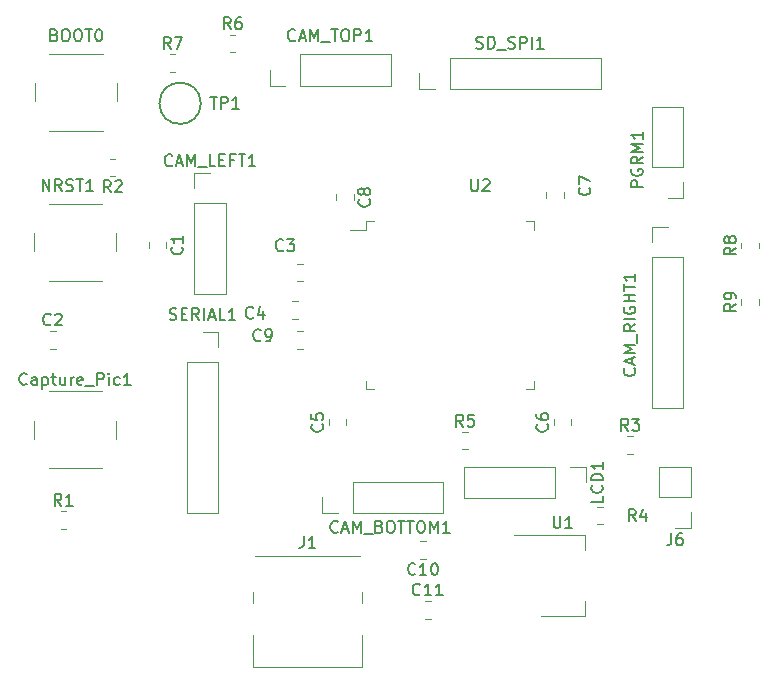
<source format=gbr>
%TF.GenerationSoftware,KiCad,Pcbnew,(6.0.5)*%
%TF.CreationDate,2024-04-02T18:11:07-05:00*%
%TF.ProjectId,final_project,66696e61-6c5f-4707-926f-6a6563742e6b,rev?*%
%TF.SameCoordinates,Original*%
%TF.FileFunction,Legend,Top*%
%TF.FilePolarity,Positive*%
%FSLAX46Y46*%
G04 Gerber Fmt 4.6, Leading zero omitted, Abs format (unit mm)*
G04 Created by KiCad (PCBNEW (6.0.5)) date 2024-04-02 18:11:07*
%MOMM*%
%LPD*%
G01*
G04 APERTURE LIST*
%ADD10C,0.150000*%
%ADD11C,0.120000*%
G04 APERTURE END LIST*
D10*
%TO.C,CAM_BOTTOM1*%
X135906428Y-113732142D02*
X135858809Y-113779761D01*
X135715952Y-113827380D01*
X135620714Y-113827380D01*
X135477857Y-113779761D01*
X135382619Y-113684523D01*
X135335000Y-113589285D01*
X135287380Y-113398809D01*
X135287380Y-113255952D01*
X135335000Y-113065476D01*
X135382619Y-112970238D01*
X135477857Y-112875000D01*
X135620714Y-112827380D01*
X135715952Y-112827380D01*
X135858809Y-112875000D01*
X135906428Y-112922619D01*
X136287380Y-113541666D02*
X136763571Y-113541666D01*
X136192142Y-113827380D02*
X136525476Y-112827380D01*
X136858809Y-113827380D01*
X137192142Y-113827380D02*
X137192142Y-112827380D01*
X137525476Y-113541666D01*
X137858809Y-112827380D01*
X137858809Y-113827380D01*
X138096904Y-113922619D02*
X138858809Y-113922619D01*
X139430238Y-113303571D02*
X139573095Y-113351190D01*
X139620714Y-113398809D01*
X139668333Y-113494047D01*
X139668333Y-113636904D01*
X139620714Y-113732142D01*
X139573095Y-113779761D01*
X139477857Y-113827380D01*
X139096904Y-113827380D01*
X139096904Y-112827380D01*
X139430238Y-112827380D01*
X139525476Y-112875000D01*
X139573095Y-112922619D01*
X139620714Y-113017857D01*
X139620714Y-113113095D01*
X139573095Y-113208333D01*
X139525476Y-113255952D01*
X139430238Y-113303571D01*
X139096904Y-113303571D01*
X140287380Y-112827380D02*
X140477857Y-112827380D01*
X140573095Y-112875000D01*
X140668333Y-112970238D01*
X140715952Y-113160714D01*
X140715952Y-113494047D01*
X140668333Y-113684523D01*
X140573095Y-113779761D01*
X140477857Y-113827380D01*
X140287380Y-113827380D01*
X140192142Y-113779761D01*
X140096904Y-113684523D01*
X140049285Y-113494047D01*
X140049285Y-113160714D01*
X140096904Y-112970238D01*
X140192142Y-112875000D01*
X140287380Y-112827380D01*
X141001666Y-112827380D02*
X141573095Y-112827380D01*
X141287380Y-113827380D02*
X141287380Y-112827380D01*
X141763571Y-112827380D02*
X142335000Y-112827380D01*
X142049285Y-113827380D02*
X142049285Y-112827380D01*
X142858809Y-112827380D02*
X143049285Y-112827380D01*
X143144523Y-112875000D01*
X143239761Y-112970238D01*
X143287380Y-113160714D01*
X143287380Y-113494047D01*
X143239761Y-113684523D01*
X143144523Y-113779761D01*
X143049285Y-113827380D01*
X142858809Y-113827380D01*
X142763571Y-113779761D01*
X142668333Y-113684523D01*
X142620714Y-113494047D01*
X142620714Y-113160714D01*
X142668333Y-112970238D01*
X142763571Y-112875000D01*
X142858809Y-112827380D01*
X143715952Y-113827380D02*
X143715952Y-112827380D01*
X144049285Y-113541666D01*
X144382619Y-112827380D01*
X144382619Y-113827380D01*
X145382619Y-113827380D02*
X144811190Y-113827380D01*
X145096904Y-113827380D02*
X145096904Y-112827380D01*
X145001666Y-112970238D01*
X144906428Y-113065476D01*
X144811190Y-113113095D01*
%TO.C,C4*%
X128738333Y-95607142D02*
X128690714Y-95654761D01*
X128547857Y-95702380D01*
X128452619Y-95702380D01*
X128309761Y-95654761D01*
X128214523Y-95559523D01*
X128166904Y-95464285D01*
X128119285Y-95273809D01*
X128119285Y-95130952D01*
X128166904Y-94940476D01*
X128214523Y-94845238D01*
X128309761Y-94750000D01*
X128452619Y-94702380D01*
X128547857Y-94702380D01*
X128690714Y-94750000D01*
X128738333Y-94797619D01*
X129595476Y-95035714D02*
X129595476Y-95702380D01*
X129357380Y-94654761D02*
X129119285Y-95369047D01*
X129738333Y-95369047D01*
%TO.C,R5*%
X146518333Y-104847380D02*
X146185000Y-104371190D01*
X145946904Y-104847380D02*
X145946904Y-103847380D01*
X146327857Y-103847380D01*
X146423095Y-103895000D01*
X146470714Y-103942619D01*
X146518333Y-104037857D01*
X146518333Y-104180714D01*
X146470714Y-104275952D01*
X146423095Y-104323571D01*
X146327857Y-104371190D01*
X145946904Y-104371190D01*
X147423095Y-103847380D02*
X146946904Y-103847380D01*
X146899285Y-104323571D01*
X146946904Y-104275952D01*
X147042142Y-104228333D01*
X147280238Y-104228333D01*
X147375476Y-104275952D01*
X147423095Y-104323571D01*
X147470714Y-104418809D01*
X147470714Y-104656904D01*
X147423095Y-104752142D01*
X147375476Y-104799761D01*
X147280238Y-104847380D01*
X147042142Y-104847380D01*
X146946904Y-104799761D01*
X146899285Y-104752142D01*
%TO.C,U1*%
X154178095Y-112427380D02*
X154178095Y-113236904D01*
X154225714Y-113332142D01*
X154273333Y-113379761D01*
X154368571Y-113427380D01*
X154559047Y-113427380D01*
X154654285Y-113379761D01*
X154701904Y-113332142D01*
X154749523Y-113236904D01*
X154749523Y-112427380D01*
X155749523Y-113427380D02*
X155178095Y-113427380D01*
X155463809Y-113427380D02*
X155463809Y-112427380D01*
X155368571Y-112570238D01*
X155273333Y-112665476D01*
X155178095Y-112713095D01*
%TO.C,PGRM1*%
X161742380Y-84569523D02*
X160742380Y-84569523D01*
X160742380Y-84188571D01*
X160790000Y-84093333D01*
X160837619Y-84045714D01*
X160932857Y-83998095D01*
X161075714Y-83998095D01*
X161170952Y-84045714D01*
X161218571Y-84093333D01*
X161266190Y-84188571D01*
X161266190Y-84569523D01*
X160790000Y-83045714D02*
X160742380Y-83140952D01*
X160742380Y-83283809D01*
X160790000Y-83426666D01*
X160885238Y-83521904D01*
X160980476Y-83569523D01*
X161170952Y-83617142D01*
X161313809Y-83617142D01*
X161504285Y-83569523D01*
X161599523Y-83521904D01*
X161694761Y-83426666D01*
X161742380Y-83283809D01*
X161742380Y-83188571D01*
X161694761Y-83045714D01*
X161647142Y-82998095D01*
X161313809Y-82998095D01*
X161313809Y-83188571D01*
X161742380Y-81998095D02*
X161266190Y-82331428D01*
X161742380Y-82569523D02*
X160742380Y-82569523D01*
X160742380Y-82188571D01*
X160790000Y-82093333D01*
X160837619Y-82045714D01*
X160932857Y-81998095D01*
X161075714Y-81998095D01*
X161170952Y-82045714D01*
X161218571Y-82093333D01*
X161266190Y-82188571D01*
X161266190Y-82569523D01*
X161742380Y-81569523D02*
X160742380Y-81569523D01*
X161456666Y-81236190D01*
X160742380Y-80902857D01*
X161742380Y-80902857D01*
X161742380Y-79902857D02*
X161742380Y-80474285D01*
X161742380Y-80188571D02*
X160742380Y-80188571D01*
X160885238Y-80283809D01*
X160980476Y-80379047D01*
X161028095Y-80474285D01*
%TO.C,R7*%
X121753333Y-72872380D02*
X121420000Y-72396190D01*
X121181904Y-72872380D02*
X121181904Y-71872380D01*
X121562857Y-71872380D01*
X121658095Y-71920000D01*
X121705714Y-71967619D01*
X121753333Y-72062857D01*
X121753333Y-72205714D01*
X121705714Y-72300952D01*
X121658095Y-72348571D01*
X121562857Y-72396190D01*
X121181904Y-72396190D01*
X122086666Y-71872380D02*
X122753333Y-71872380D01*
X122324761Y-72872380D01*
%TO.C,C7*%
X157202142Y-84621666D02*
X157249761Y-84669285D01*
X157297380Y-84812142D01*
X157297380Y-84907380D01*
X157249761Y-85050238D01*
X157154523Y-85145476D01*
X157059285Y-85193095D01*
X156868809Y-85240714D01*
X156725952Y-85240714D01*
X156535476Y-85193095D01*
X156440238Y-85145476D01*
X156345000Y-85050238D01*
X156297380Y-84907380D01*
X156297380Y-84812142D01*
X156345000Y-84669285D01*
X156392619Y-84621666D01*
X156297380Y-84288333D02*
X156297380Y-83621666D01*
X157297380Y-84050238D01*
%TO.C,C9*%
X129373333Y-97512142D02*
X129325714Y-97559761D01*
X129182857Y-97607380D01*
X129087619Y-97607380D01*
X128944761Y-97559761D01*
X128849523Y-97464523D01*
X128801904Y-97369285D01*
X128754285Y-97178809D01*
X128754285Y-97035952D01*
X128801904Y-96845476D01*
X128849523Y-96750238D01*
X128944761Y-96655000D01*
X129087619Y-96607380D01*
X129182857Y-96607380D01*
X129325714Y-96655000D01*
X129373333Y-96702619D01*
X129849523Y-97607380D02*
X130040000Y-97607380D01*
X130135238Y-97559761D01*
X130182857Y-97512142D01*
X130278095Y-97369285D01*
X130325714Y-97178809D01*
X130325714Y-96797857D01*
X130278095Y-96702619D01*
X130230476Y-96655000D01*
X130135238Y-96607380D01*
X129944761Y-96607380D01*
X129849523Y-96655000D01*
X129801904Y-96702619D01*
X129754285Y-96797857D01*
X129754285Y-97035952D01*
X129801904Y-97131190D01*
X129849523Y-97178809D01*
X129944761Y-97226428D01*
X130135238Y-97226428D01*
X130230476Y-97178809D01*
X130278095Y-97131190D01*
X130325714Y-97035952D01*
%TO.C,BOOT0*%
X111906666Y-71683571D02*
X112049523Y-71731190D01*
X112097142Y-71778809D01*
X112144761Y-71874047D01*
X112144761Y-72016904D01*
X112097142Y-72112142D01*
X112049523Y-72159761D01*
X111954285Y-72207380D01*
X111573333Y-72207380D01*
X111573333Y-71207380D01*
X111906666Y-71207380D01*
X112001904Y-71255000D01*
X112049523Y-71302619D01*
X112097142Y-71397857D01*
X112097142Y-71493095D01*
X112049523Y-71588333D01*
X112001904Y-71635952D01*
X111906666Y-71683571D01*
X111573333Y-71683571D01*
X112763809Y-71207380D02*
X112954285Y-71207380D01*
X113049523Y-71255000D01*
X113144761Y-71350238D01*
X113192380Y-71540714D01*
X113192380Y-71874047D01*
X113144761Y-72064523D01*
X113049523Y-72159761D01*
X112954285Y-72207380D01*
X112763809Y-72207380D01*
X112668571Y-72159761D01*
X112573333Y-72064523D01*
X112525714Y-71874047D01*
X112525714Y-71540714D01*
X112573333Y-71350238D01*
X112668571Y-71255000D01*
X112763809Y-71207380D01*
X113811428Y-71207380D02*
X114001904Y-71207380D01*
X114097142Y-71255000D01*
X114192380Y-71350238D01*
X114240000Y-71540714D01*
X114240000Y-71874047D01*
X114192380Y-72064523D01*
X114097142Y-72159761D01*
X114001904Y-72207380D01*
X113811428Y-72207380D01*
X113716190Y-72159761D01*
X113620952Y-72064523D01*
X113573333Y-71874047D01*
X113573333Y-71540714D01*
X113620952Y-71350238D01*
X113716190Y-71255000D01*
X113811428Y-71207380D01*
X114525714Y-71207380D02*
X115097142Y-71207380D01*
X114811428Y-72207380D02*
X114811428Y-71207380D01*
X115620952Y-71207380D02*
X115716190Y-71207380D01*
X115811428Y-71255000D01*
X115859047Y-71302619D01*
X115906666Y-71397857D01*
X115954285Y-71588333D01*
X115954285Y-71826428D01*
X115906666Y-72016904D01*
X115859047Y-72112142D01*
X115811428Y-72159761D01*
X115716190Y-72207380D01*
X115620952Y-72207380D01*
X115525714Y-72159761D01*
X115478095Y-72112142D01*
X115430476Y-72016904D01*
X115382857Y-71826428D01*
X115382857Y-71588333D01*
X115430476Y-71397857D01*
X115478095Y-71302619D01*
X115525714Y-71255000D01*
X115620952Y-71207380D01*
%TO.C,C5*%
X134567142Y-104651666D02*
X134614761Y-104699285D01*
X134662380Y-104842142D01*
X134662380Y-104937380D01*
X134614761Y-105080238D01*
X134519523Y-105175476D01*
X134424285Y-105223095D01*
X134233809Y-105270714D01*
X134090952Y-105270714D01*
X133900476Y-105223095D01*
X133805238Y-105175476D01*
X133710000Y-105080238D01*
X133662380Y-104937380D01*
X133662380Y-104842142D01*
X133710000Y-104699285D01*
X133757619Y-104651666D01*
X133662380Y-103746904D02*
X133662380Y-104223095D01*
X134138571Y-104270714D01*
X134090952Y-104223095D01*
X134043333Y-104127857D01*
X134043333Y-103889761D01*
X134090952Y-103794523D01*
X134138571Y-103746904D01*
X134233809Y-103699285D01*
X134471904Y-103699285D01*
X134567142Y-103746904D01*
X134614761Y-103794523D01*
X134662380Y-103889761D01*
X134662380Y-104127857D01*
X134614761Y-104223095D01*
X134567142Y-104270714D01*
%TO.C,U2*%
X147193095Y-83907380D02*
X147193095Y-84716904D01*
X147240714Y-84812142D01*
X147288333Y-84859761D01*
X147383571Y-84907380D01*
X147574047Y-84907380D01*
X147669285Y-84859761D01*
X147716904Y-84812142D01*
X147764523Y-84716904D01*
X147764523Y-83907380D01*
X148193095Y-84002619D02*
X148240714Y-83955000D01*
X148335952Y-83907380D01*
X148574047Y-83907380D01*
X148669285Y-83955000D01*
X148716904Y-84002619D01*
X148764523Y-84097857D01*
X148764523Y-84193095D01*
X148716904Y-84335952D01*
X148145476Y-84907380D01*
X148764523Y-84907380D01*
%TO.C,TP1*%
X125103095Y-76922380D02*
X125674523Y-76922380D01*
X125388809Y-77922380D02*
X125388809Y-76922380D01*
X126007857Y-77922380D02*
X126007857Y-76922380D01*
X126388809Y-76922380D01*
X126484047Y-76970000D01*
X126531666Y-77017619D01*
X126579285Y-77112857D01*
X126579285Y-77255714D01*
X126531666Y-77350952D01*
X126484047Y-77398571D01*
X126388809Y-77446190D01*
X126007857Y-77446190D01*
X127531666Y-77922380D02*
X126960238Y-77922380D01*
X127245952Y-77922380D02*
X127245952Y-76922380D01*
X127150714Y-77065238D01*
X127055476Y-77160476D01*
X126960238Y-77208095D01*
%TO.C,CAM_TOP1*%
X132302619Y-72112142D02*
X132255000Y-72159761D01*
X132112142Y-72207380D01*
X132016904Y-72207380D01*
X131874047Y-72159761D01*
X131778809Y-72064523D01*
X131731190Y-71969285D01*
X131683571Y-71778809D01*
X131683571Y-71635952D01*
X131731190Y-71445476D01*
X131778809Y-71350238D01*
X131874047Y-71255000D01*
X132016904Y-71207380D01*
X132112142Y-71207380D01*
X132255000Y-71255000D01*
X132302619Y-71302619D01*
X132683571Y-71921666D02*
X133159761Y-71921666D01*
X132588333Y-72207380D02*
X132921666Y-71207380D01*
X133255000Y-72207380D01*
X133588333Y-72207380D02*
X133588333Y-71207380D01*
X133921666Y-71921666D01*
X134255000Y-71207380D01*
X134255000Y-72207380D01*
X134493095Y-72302619D02*
X135255000Y-72302619D01*
X135350238Y-71207380D02*
X135921666Y-71207380D01*
X135635952Y-72207380D02*
X135635952Y-71207380D01*
X136445476Y-71207380D02*
X136635952Y-71207380D01*
X136731190Y-71255000D01*
X136826428Y-71350238D01*
X136874047Y-71540714D01*
X136874047Y-71874047D01*
X136826428Y-72064523D01*
X136731190Y-72159761D01*
X136635952Y-72207380D01*
X136445476Y-72207380D01*
X136350238Y-72159761D01*
X136255000Y-72064523D01*
X136207380Y-71874047D01*
X136207380Y-71540714D01*
X136255000Y-71350238D01*
X136350238Y-71255000D01*
X136445476Y-71207380D01*
X137302619Y-72207380D02*
X137302619Y-71207380D01*
X137683571Y-71207380D01*
X137778809Y-71255000D01*
X137826428Y-71302619D01*
X137874047Y-71397857D01*
X137874047Y-71540714D01*
X137826428Y-71635952D01*
X137778809Y-71683571D01*
X137683571Y-71731190D01*
X137302619Y-71731190D01*
X138826428Y-72207380D02*
X138255000Y-72207380D01*
X138540714Y-72207380D02*
X138540714Y-71207380D01*
X138445476Y-71350238D01*
X138350238Y-71445476D01*
X138255000Y-71493095D01*
%TO.C,NRST1*%
X110910952Y-84907380D02*
X110910952Y-83907380D01*
X111482380Y-84907380D01*
X111482380Y-83907380D01*
X112530000Y-84907380D02*
X112196666Y-84431190D01*
X111958571Y-84907380D02*
X111958571Y-83907380D01*
X112339523Y-83907380D01*
X112434761Y-83955000D01*
X112482380Y-84002619D01*
X112530000Y-84097857D01*
X112530000Y-84240714D01*
X112482380Y-84335952D01*
X112434761Y-84383571D01*
X112339523Y-84431190D01*
X111958571Y-84431190D01*
X112910952Y-84859761D02*
X113053809Y-84907380D01*
X113291904Y-84907380D01*
X113387142Y-84859761D01*
X113434761Y-84812142D01*
X113482380Y-84716904D01*
X113482380Y-84621666D01*
X113434761Y-84526428D01*
X113387142Y-84478809D01*
X113291904Y-84431190D01*
X113101428Y-84383571D01*
X113006190Y-84335952D01*
X112958571Y-84288333D01*
X112910952Y-84193095D01*
X112910952Y-84097857D01*
X112958571Y-84002619D01*
X113006190Y-83955000D01*
X113101428Y-83907380D01*
X113339523Y-83907380D01*
X113482380Y-83955000D01*
X113768095Y-83907380D02*
X114339523Y-83907380D01*
X114053809Y-84907380D02*
X114053809Y-83907380D01*
X115196666Y-84907380D02*
X114625238Y-84907380D01*
X114910952Y-84907380D02*
X114910952Y-83907380D01*
X114815714Y-84050238D01*
X114720476Y-84145476D01*
X114625238Y-84193095D01*
%TO.C,C1*%
X122687142Y-89644166D02*
X122734761Y-89691785D01*
X122782380Y-89834642D01*
X122782380Y-89929880D01*
X122734761Y-90072738D01*
X122639523Y-90167976D01*
X122544285Y-90215595D01*
X122353809Y-90263214D01*
X122210952Y-90263214D01*
X122020476Y-90215595D01*
X121925238Y-90167976D01*
X121830000Y-90072738D01*
X121782380Y-89929880D01*
X121782380Y-89834642D01*
X121830000Y-89691785D01*
X121877619Y-89644166D01*
X122782380Y-88691785D02*
X122782380Y-89263214D01*
X122782380Y-88977500D02*
X121782380Y-88977500D01*
X121925238Y-89072738D01*
X122020476Y-89167976D01*
X122068095Y-89263214D01*
%TO.C,J6*%
X164131666Y-113892380D02*
X164131666Y-114606666D01*
X164084047Y-114749523D01*
X163988809Y-114844761D01*
X163845952Y-114892380D01*
X163750714Y-114892380D01*
X165036428Y-113892380D02*
X164845952Y-113892380D01*
X164750714Y-113940000D01*
X164703095Y-113987619D01*
X164607857Y-114130476D01*
X164560238Y-114320952D01*
X164560238Y-114701904D01*
X164607857Y-114797142D01*
X164655476Y-114844761D01*
X164750714Y-114892380D01*
X164941190Y-114892380D01*
X165036428Y-114844761D01*
X165084047Y-114797142D01*
X165131666Y-114701904D01*
X165131666Y-114463809D01*
X165084047Y-114368571D01*
X165036428Y-114320952D01*
X164941190Y-114273333D01*
X164750714Y-114273333D01*
X164655476Y-114320952D01*
X164607857Y-114368571D01*
X164560238Y-114463809D01*
%TO.C,R8*%
X169617380Y-89701666D02*
X169141190Y-90035000D01*
X169617380Y-90273095D02*
X168617380Y-90273095D01*
X168617380Y-89892142D01*
X168665000Y-89796904D01*
X168712619Y-89749285D01*
X168807857Y-89701666D01*
X168950714Y-89701666D01*
X169045952Y-89749285D01*
X169093571Y-89796904D01*
X169141190Y-89892142D01*
X169141190Y-90273095D01*
X169045952Y-89130238D02*
X168998333Y-89225476D01*
X168950714Y-89273095D01*
X168855476Y-89320714D01*
X168807857Y-89320714D01*
X168712619Y-89273095D01*
X168665000Y-89225476D01*
X168617380Y-89130238D01*
X168617380Y-88939761D01*
X168665000Y-88844523D01*
X168712619Y-88796904D01*
X168807857Y-88749285D01*
X168855476Y-88749285D01*
X168950714Y-88796904D01*
X168998333Y-88844523D01*
X169045952Y-88939761D01*
X169045952Y-89130238D01*
X169093571Y-89225476D01*
X169141190Y-89273095D01*
X169236428Y-89320714D01*
X169426904Y-89320714D01*
X169522142Y-89273095D01*
X169569761Y-89225476D01*
X169617380Y-89130238D01*
X169617380Y-88939761D01*
X169569761Y-88844523D01*
X169522142Y-88796904D01*
X169426904Y-88749285D01*
X169236428Y-88749285D01*
X169141190Y-88796904D01*
X169093571Y-88844523D01*
X169045952Y-88939761D01*
%TO.C,R2*%
X116673333Y-84997380D02*
X116340000Y-84521190D01*
X116101904Y-84997380D02*
X116101904Y-83997380D01*
X116482857Y-83997380D01*
X116578095Y-84045000D01*
X116625714Y-84092619D01*
X116673333Y-84187857D01*
X116673333Y-84330714D01*
X116625714Y-84425952D01*
X116578095Y-84473571D01*
X116482857Y-84521190D01*
X116101904Y-84521190D01*
X117054285Y-84092619D02*
X117101904Y-84045000D01*
X117197142Y-83997380D01*
X117435238Y-83997380D01*
X117530476Y-84045000D01*
X117578095Y-84092619D01*
X117625714Y-84187857D01*
X117625714Y-84283095D01*
X117578095Y-84425952D01*
X117006666Y-84997380D01*
X117625714Y-84997380D01*
%TO.C,SERIAL1*%
X121674285Y-95769761D02*
X121817142Y-95817380D01*
X122055238Y-95817380D01*
X122150476Y-95769761D01*
X122198095Y-95722142D01*
X122245714Y-95626904D01*
X122245714Y-95531666D01*
X122198095Y-95436428D01*
X122150476Y-95388809D01*
X122055238Y-95341190D01*
X121864761Y-95293571D01*
X121769523Y-95245952D01*
X121721904Y-95198333D01*
X121674285Y-95103095D01*
X121674285Y-95007857D01*
X121721904Y-94912619D01*
X121769523Y-94865000D01*
X121864761Y-94817380D01*
X122102857Y-94817380D01*
X122245714Y-94865000D01*
X122674285Y-95293571D02*
X123007619Y-95293571D01*
X123150476Y-95817380D02*
X122674285Y-95817380D01*
X122674285Y-94817380D01*
X123150476Y-94817380D01*
X124150476Y-95817380D02*
X123817142Y-95341190D01*
X123579047Y-95817380D02*
X123579047Y-94817380D01*
X123960000Y-94817380D01*
X124055238Y-94865000D01*
X124102857Y-94912619D01*
X124150476Y-95007857D01*
X124150476Y-95150714D01*
X124102857Y-95245952D01*
X124055238Y-95293571D01*
X123960000Y-95341190D01*
X123579047Y-95341190D01*
X124579047Y-95817380D02*
X124579047Y-94817380D01*
X125007619Y-95531666D02*
X125483809Y-95531666D01*
X124912380Y-95817380D02*
X125245714Y-94817380D01*
X125579047Y-95817380D01*
X126388571Y-95817380D02*
X125912380Y-95817380D01*
X125912380Y-94817380D01*
X127245714Y-95817380D02*
X126674285Y-95817380D01*
X126960000Y-95817380D02*
X126960000Y-94817380D01*
X126864761Y-94960238D01*
X126769523Y-95055476D01*
X126674285Y-95103095D01*
%TO.C,LCD1*%
X158357380Y-110731666D02*
X158357380Y-111207857D01*
X157357380Y-111207857D01*
X158262142Y-109826904D02*
X158309761Y-109874523D01*
X158357380Y-110017380D01*
X158357380Y-110112619D01*
X158309761Y-110255476D01*
X158214523Y-110350714D01*
X158119285Y-110398333D01*
X157928809Y-110445952D01*
X157785952Y-110445952D01*
X157595476Y-110398333D01*
X157500238Y-110350714D01*
X157405000Y-110255476D01*
X157357380Y-110112619D01*
X157357380Y-110017380D01*
X157405000Y-109874523D01*
X157452619Y-109826904D01*
X158357380Y-109398333D02*
X157357380Y-109398333D01*
X157357380Y-109160238D01*
X157405000Y-109017380D01*
X157500238Y-108922142D01*
X157595476Y-108874523D01*
X157785952Y-108826904D01*
X157928809Y-108826904D01*
X158119285Y-108874523D01*
X158214523Y-108922142D01*
X158309761Y-109017380D01*
X158357380Y-109160238D01*
X158357380Y-109398333D01*
X158357380Y-107874523D02*
X158357380Y-108445952D01*
X158357380Y-108160238D02*
X157357380Y-108160238D01*
X157500238Y-108255476D01*
X157595476Y-108350714D01*
X157643095Y-108445952D01*
%TO.C,R4*%
X161123333Y-112847380D02*
X160790000Y-112371190D01*
X160551904Y-112847380D02*
X160551904Y-111847380D01*
X160932857Y-111847380D01*
X161028095Y-111895000D01*
X161075714Y-111942619D01*
X161123333Y-112037857D01*
X161123333Y-112180714D01*
X161075714Y-112275952D01*
X161028095Y-112323571D01*
X160932857Y-112371190D01*
X160551904Y-112371190D01*
X161980476Y-112180714D02*
X161980476Y-112847380D01*
X161742380Y-111799761D02*
X161504285Y-112514047D01*
X162123333Y-112514047D01*
%TO.C,R6*%
X126833333Y-71192380D02*
X126500000Y-70716190D01*
X126261904Y-71192380D02*
X126261904Y-70192380D01*
X126642857Y-70192380D01*
X126738095Y-70240000D01*
X126785714Y-70287619D01*
X126833333Y-70382857D01*
X126833333Y-70525714D01*
X126785714Y-70620952D01*
X126738095Y-70668571D01*
X126642857Y-70716190D01*
X126261904Y-70716190D01*
X127690476Y-70192380D02*
X127500000Y-70192380D01*
X127404761Y-70240000D01*
X127357142Y-70287619D01*
X127261904Y-70430476D01*
X127214285Y-70620952D01*
X127214285Y-71001904D01*
X127261904Y-71097142D01*
X127309523Y-71144761D01*
X127404761Y-71192380D01*
X127595238Y-71192380D01*
X127690476Y-71144761D01*
X127738095Y-71097142D01*
X127785714Y-71001904D01*
X127785714Y-70763809D01*
X127738095Y-70668571D01*
X127690476Y-70620952D01*
X127595238Y-70573333D01*
X127404761Y-70573333D01*
X127309523Y-70620952D01*
X127261904Y-70668571D01*
X127214285Y-70763809D01*
%TO.C,C8*%
X138562142Y-85601666D02*
X138609761Y-85649285D01*
X138657380Y-85792142D01*
X138657380Y-85887380D01*
X138609761Y-86030238D01*
X138514523Y-86125476D01*
X138419285Y-86173095D01*
X138228809Y-86220714D01*
X138085952Y-86220714D01*
X137895476Y-86173095D01*
X137800238Y-86125476D01*
X137705000Y-86030238D01*
X137657380Y-85887380D01*
X137657380Y-85792142D01*
X137705000Y-85649285D01*
X137752619Y-85601666D01*
X138085952Y-85030238D02*
X138038333Y-85125476D01*
X137990714Y-85173095D01*
X137895476Y-85220714D01*
X137847857Y-85220714D01*
X137752619Y-85173095D01*
X137705000Y-85125476D01*
X137657380Y-85030238D01*
X137657380Y-84839761D01*
X137705000Y-84744523D01*
X137752619Y-84696904D01*
X137847857Y-84649285D01*
X137895476Y-84649285D01*
X137990714Y-84696904D01*
X138038333Y-84744523D01*
X138085952Y-84839761D01*
X138085952Y-85030238D01*
X138133571Y-85125476D01*
X138181190Y-85173095D01*
X138276428Y-85220714D01*
X138466904Y-85220714D01*
X138562142Y-85173095D01*
X138609761Y-85125476D01*
X138657380Y-85030238D01*
X138657380Y-84839761D01*
X138609761Y-84744523D01*
X138562142Y-84696904D01*
X138466904Y-84649285D01*
X138276428Y-84649285D01*
X138181190Y-84696904D01*
X138133571Y-84744523D01*
X138085952Y-84839761D01*
%TO.C,CAM_LEFT1*%
X121880714Y-82710142D02*
X121833095Y-82757761D01*
X121690238Y-82805380D01*
X121595000Y-82805380D01*
X121452142Y-82757761D01*
X121356904Y-82662523D01*
X121309285Y-82567285D01*
X121261666Y-82376809D01*
X121261666Y-82233952D01*
X121309285Y-82043476D01*
X121356904Y-81948238D01*
X121452142Y-81853000D01*
X121595000Y-81805380D01*
X121690238Y-81805380D01*
X121833095Y-81853000D01*
X121880714Y-81900619D01*
X122261666Y-82519666D02*
X122737857Y-82519666D01*
X122166428Y-82805380D02*
X122499761Y-81805380D01*
X122833095Y-82805380D01*
X123166428Y-82805380D02*
X123166428Y-81805380D01*
X123499761Y-82519666D01*
X123833095Y-81805380D01*
X123833095Y-82805380D01*
X124071190Y-82900619D02*
X124833095Y-82900619D01*
X125547380Y-82805380D02*
X125071190Y-82805380D01*
X125071190Y-81805380D01*
X125880714Y-82281571D02*
X126214047Y-82281571D01*
X126356904Y-82805380D02*
X125880714Y-82805380D01*
X125880714Y-81805380D01*
X126356904Y-81805380D01*
X127118809Y-82281571D02*
X126785476Y-82281571D01*
X126785476Y-82805380D02*
X126785476Y-81805380D01*
X127261666Y-81805380D01*
X127499761Y-81805380D02*
X128071190Y-81805380D01*
X127785476Y-82805380D02*
X127785476Y-81805380D01*
X128928333Y-82805380D02*
X128356904Y-82805380D01*
X128642619Y-82805380D02*
X128642619Y-81805380D01*
X128547380Y-81948238D01*
X128452142Y-82043476D01*
X128356904Y-82091095D01*
%TO.C,R3*%
X160488333Y-105192380D02*
X160155000Y-104716190D01*
X159916904Y-105192380D02*
X159916904Y-104192380D01*
X160297857Y-104192380D01*
X160393095Y-104240000D01*
X160440714Y-104287619D01*
X160488333Y-104382857D01*
X160488333Y-104525714D01*
X160440714Y-104620952D01*
X160393095Y-104668571D01*
X160297857Y-104716190D01*
X159916904Y-104716190D01*
X160821666Y-104192380D02*
X161440714Y-104192380D01*
X161107380Y-104573333D01*
X161250238Y-104573333D01*
X161345476Y-104620952D01*
X161393095Y-104668571D01*
X161440714Y-104763809D01*
X161440714Y-105001904D01*
X161393095Y-105097142D01*
X161345476Y-105144761D01*
X161250238Y-105192380D01*
X160964523Y-105192380D01*
X160869285Y-105144761D01*
X160821666Y-105097142D01*
%TO.C,R1*%
X112498333Y-111542380D02*
X112165000Y-111066190D01*
X111926904Y-111542380D02*
X111926904Y-110542380D01*
X112307857Y-110542380D01*
X112403095Y-110590000D01*
X112450714Y-110637619D01*
X112498333Y-110732857D01*
X112498333Y-110875714D01*
X112450714Y-110970952D01*
X112403095Y-111018571D01*
X112307857Y-111066190D01*
X111926904Y-111066190D01*
X113450714Y-111542380D02*
X112879285Y-111542380D01*
X113165000Y-111542380D02*
X113165000Y-110542380D01*
X113069761Y-110685238D01*
X112974523Y-110780476D01*
X112879285Y-110828095D01*
%TO.C,J1*%
X133011666Y-114122380D02*
X133011666Y-114836666D01*
X132964047Y-114979523D01*
X132868809Y-115074761D01*
X132725952Y-115122380D01*
X132630714Y-115122380D01*
X134011666Y-115122380D02*
X133440238Y-115122380D01*
X133725952Y-115122380D02*
X133725952Y-114122380D01*
X133630714Y-114265238D01*
X133535476Y-114360476D01*
X133440238Y-114408095D01*
%TO.C,R9*%
X169617380Y-94451666D02*
X169141190Y-94785000D01*
X169617380Y-95023095D02*
X168617380Y-95023095D01*
X168617380Y-94642142D01*
X168665000Y-94546904D01*
X168712619Y-94499285D01*
X168807857Y-94451666D01*
X168950714Y-94451666D01*
X169045952Y-94499285D01*
X169093571Y-94546904D01*
X169141190Y-94642142D01*
X169141190Y-95023095D01*
X169617380Y-93975476D02*
X169617380Y-93785000D01*
X169569761Y-93689761D01*
X169522142Y-93642142D01*
X169379285Y-93546904D01*
X169188809Y-93499285D01*
X168807857Y-93499285D01*
X168712619Y-93546904D01*
X168665000Y-93594523D01*
X168617380Y-93689761D01*
X168617380Y-93880238D01*
X168665000Y-93975476D01*
X168712619Y-94023095D01*
X168807857Y-94070714D01*
X169045952Y-94070714D01*
X169141190Y-94023095D01*
X169188809Y-93975476D01*
X169236428Y-93880238D01*
X169236428Y-93689761D01*
X169188809Y-93594523D01*
X169141190Y-93546904D01*
X169045952Y-93499285D01*
%TO.C,C11*%
X142867142Y-119037142D02*
X142819523Y-119084761D01*
X142676666Y-119132380D01*
X142581428Y-119132380D01*
X142438571Y-119084761D01*
X142343333Y-118989523D01*
X142295714Y-118894285D01*
X142248095Y-118703809D01*
X142248095Y-118560952D01*
X142295714Y-118370476D01*
X142343333Y-118275238D01*
X142438571Y-118180000D01*
X142581428Y-118132380D01*
X142676666Y-118132380D01*
X142819523Y-118180000D01*
X142867142Y-118227619D01*
X143819523Y-119132380D02*
X143248095Y-119132380D01*
X143533809Y-119132380D02*
X143533809Y-118132380D01*
X143438571Y-118275238D01*
X143343333Y-118370476D01*
X143248095Y-118418095D01*
X144771904Y-119132380D02*
X144200476Y-119132380D01*
X144486190Y-119132380D02*
X144486190Y-118132380D01*
X144390952Y-118275238D01*
X144295714Y-118370476D01*
X144200476Y-118418095D01*
%TO.C,SD_SPI1*%
X147637857Y-72794761D02*
X147780714Y-72842380D01*
X148018809Y-72842380D01*
X148114047Y-72794761D01*
X148161666Y-72747142D01*
X148209285Y-72651904D01*
X148209285Y-72556666D01*
X148161666Y-72461428D01*
X148114047Y-72413809D01*
X148018809Y-72366190D01*
X147828333Y-72318571D01*
X147733095Y-72270952D01*
X147685476Y-72223333D01*
X147637857Y-72128095D01*
X147637857Y-72032857D01*
X147685476Y-71937619D01*
X147733095Y-71890000D01*
X147828333Y-71842380D01*
X148066428Y-71842380D01*
X148209285Y-71890000D01*
X148637857Y-72842380D02*
X148637857Y-71842380D01*
X148875952Y-71842380D01*
X149018809Y-71890000D01*
X149114047Y-71985238D01*
X149161666Y-72080476D01*
X149209285Y-72270952D01*
X149209285Y-72413809D01*
X149161666Y-72604285D01*
X149114047Y-72699523D01*
X149018809Y-72794761D01*
X148875952Y-72842380D01*
X148637857Y-72842380D01*
X149399761Y-72937619D02*
X150161666Y-72937619D01*
X150352142Y-72794761D02*
X150495000Y-72842380D01*
X150733095Y-72842380D01*
X150828333Y-72794761D01*
X150875952Y-72747142D01*
X150923571Y-72651904D01*
X150923571Y-72556666D01*
X150875952Y-72461428D01*
X150828333Y-72413809D01*
X150733095Y-72366190D01*
X150542619Y-72318571D01*
X150447380Y-72270952D01*
X150399761Y-72223333D01*
X150352142Y-72128095D01*
X150352142Y-72032857D01*
X150399761Y-71937619D01*
X150447380Y-71890000D01*
X150542619Y-71842380D01*
X150780714Y-71842380D01*
X150923571Y-71890000D01*
X151352142Y-72842380D02*
X151352142Y-71842380D01*
X151733095Y-71842380D01*
X151828333Y-71890000D01*
X151875952Y-71937619D01*
X151923571Y-72032857D01*
X151923571Y-72175714D01*
X151875952Y-72270952D01*
X151828333Y-72318571D01*
X151733095Y-72366190D01*
X151352142Y-72366190D01*
X152352142Y-72842380D02*
X152352142Y-71842380D01*
X153352142Y-72842380D02*
X152780714Y-72842380D01*
X153066428Y-72842380D02*
X153066428Y-71842380D01*
X152971190Y-71985238D01*
X152875952Y-72080476D01*
X152780714Y-72128095D01*
%TO.C,C3*%
X131278333Y-89892142D02*
X131230714Y-89939761D01*
X131087857Y-89987380D01*
X130992619Y-89987380D01*
X130849761Y-89939761D01*
X130754523Y-89844523D01*
X130706904Y-89749285D01*
X130659285Y-89558809D01*
X130659285Y-89415952D01*
X130706904Y-89225476D01*
X130754523Y-89130238D01*
X130849761Y-89035000D01*
X130992619Y-88987380D01*
X131087857Y-88987380D01*
X131230714Y-89035000D01*
X131278333Y-89082619D01*
X131611666Y-88987380D02*
X132230714Y-88987380D01*
X131897380Y-89368333D01*
X132040238Y-89368333D01*
X132135476Y-89415952D01*
X132183095Y-89463571D01*
X132230714Y-89558809D01*
X132230714Y-89796904D01*
X132183095Y-89892142D01*
X132135476Y-89939761D01*
X132040238Y-89987380D01*
X131754523Y-89987380D01*
X131659285Y-89939761D01*
X131611666Y-89892142D01*
%TO.C,C10*%
X142464642Y-117317142D02*
X142417023Y-117364761D01*
X142274166Y-117412380D01*
X142178928Y-117412380D01*
X142036071Y-117364761D01*
X141940833Y-117269523D01*
X141893214Y-117174285D01*
X141845595Y-116983809D01*
X141845595Y-116840952D01*
X141893214Y-116650476D01*
X141940833Y-116555238D01*
X142036071Y-116460000D01*
X142178928Y-116412380D01*
X142274166Y-116412380D01*
X142417023Y-116460000D01*
X142464642Y-116507619D01*
X143417023Y-117412380D02*
X142845595Y-117412380D01*
X143131309Y-117412380D02*
X143131309Y-116412380D01*
X143036071Y-116555238D01*
X142940833Y-116650476D01*
X142845595Y-116698095D01*
X144036071Y-116412380D02*
X144131309Y-116412380D01*
X144226547Y-116460000D01*
X144274166Y-116507619D01*
X144321785Y-116602857D01*
X144369404Y-116793333D01*
X144369404Y-117031428D01*
X144321785Y-117221904D01*
X144274166Y-117317142D01*
X144226547Y-117364761D01*
X144131309Y-117412380D01*
X144036071Y-117412380D01*
X143940833Y-117364761D01*
X143893214Y-117317142D01*
X143845595Y-117221904D01*
X143797976Y-117031428D01*
X143797976Y-116793333D01*
X143845595Y-116602857D01*
X143893214Y-116507619D01*
X143940833Y-116460000D01*
X144036071Y-116412380D01*
%TO.C,C6*%
X153617142Y-104651666D02*
X153664761Y-104699285D01*
X153712380Y-104842142D01*
X153712380Y-104937380D01*
X153664761Y-105080238D01*
X153569523Y-105175476D01*
X153474285Y-105223095D01*
X153283809Y-105270714D01*
X153140952Y-105270714D01*
X152950476Y-105223095D01*
X152855238Y-105175476D01*
X152760000Y-105080238D01*
X152712380Y-104937380D01*
X152712380Y-104842142D01*
X152760000Y-104699285D01*
X152807619Y-104651666D01*
X152712380Y-103794523D02*
X152712380Y-103985000D01*
X152760000Y-104080238D01*
X152807619Y-104127857D01*
X152950476Y-104223095D01*
X153140952Y-104270714D01*
X153521904Y-104270714D01*
X153617142Y-104223095D01*
X153664761Y-104175476D01*
X153712380Y-104080238D01*
X153712380Y-103889761D01*
X153664761Y-103794523D01*
X153617142Y-103746904D01*
X153521904Y-103699285D01*
X153283809Y-103699285D01*
X153188571Y-103746904D01*
X153140952Y-103794523D01*
X153093333Y-103889761D01*
X153093333Y-104080238D01*
X153140952Y-104175476D01*
X153188571Y-104223095D01*
X153283809Y-104270714D01*
%TO.C,Capture_Pic1*%
X109569761Y-101227142D02*
X109522142Y-101274761D01*
X109379285Y-101322380D01*
X109284047Y-101322380D01*
X109141190Y-101274761D01*
X109045952Y-101179523D01*
X108998333Y-101084285D01*
X108950714Y-100893809D01*
X108950714Y-100750952D01*
X108998333Y-100560476D01*
X109045952Y-100465238D01*
X109141190Y-100370000D01*
X109284047Y-100322380D01*
X109379285Y-100322380D01*
X109522142Y-100370000D01*
X109569761Y-100417619D01*
X110426904Y-101322380D02*
X110426904Y-100798571D01*
X110379285Y-100703333D01*
X110284047Y-100655714D01*
X110093571Y-100655714D01*
X109998333Y-100703333D01*
X110426904Y-101274761D02*
X110331666Y-101322380D01*
X110093571Y-101322380D01*
X109998333Y-101274761D01*
X109950714Y-101179523D01*
X109950714Y-101084285D01*
X109998333Y-100989047D01*
X110093571Y-100941428D01*
X110331666Y-100941428D01*
X110426904Y-100893809D01*
X110903095Y-100655714D02*
X110903095Y-101655714D01*
X110903095Y-100703333D02*
X110998333Y-100655714D01*
X111188809Y-100655714D01*
X111284047Y-100703333D01*
X111331666Y-100750952D01*
X111379285Y-100846190D01*
X111379285Y-101131904D01*
X111331666Y-101227142D01*
X111284047Y-101274761D01*
X111188809Y-101322380D01*
X110998333Y-101322380D01*
X110903095Y-101274761D01*
X111665000Y-100655714D02*
X112045952Y-100655714D01*
X111807857Y-100322380D02*
X111807857Y-101179523D01*
X111855476Y-101274761D01*
X111950714Y-101322380D01*
X112045952Y-101322380D01*
X112807857Y-100655714D02*
X112807857Y-101322380D01*
X112379285Y-100655714D02*
X112379285Y-101179523D01*
X112426904Y-101274761D01*
X112522142Y-101322380D01*
X112665000Y-101322380D01*
X112760238Y-101274761D01*
X112807857Y-101227142D01*
X113284047Y-101322380D02*
X113284047Y-100655714D01*
X113284047Y-100846190D02*
X113331666Y-100750952D01*
X113379285Y-100703333D01*
X113474523Y-100655714D01*
X113569761Y-100655714D01*
X114284047Y-101274761D02*
X114188809Y-101322380D01*
X113998333Y-101322380D01*
X113903095Y-101274761D01*
X113855476Y-101179523D01*
X113855476Y-100798571D01*
X113903095Y-100703333D01*
X113998333Y-100655714D01*
X114188809Y-100655714D01*
X114284047Y-100703333D01*
X114331666Y-100798571D01*
X114331666Y-100893809D01*
X113855476Y-100989047D01*
X114522142Y-101417619D02*
X115284047Y-101417619D01*
X115522142Y-101322380D02*
X115522142Y-100322380D01*
X115903095Y-100322380D01*
X115998333Y-100370000D01*
X116045952Y-100417619D01*
X116093571Y-100512857D01*
X116093571Y-100655714D01*
X116045952Y-100750952D01*
X115998333Y-100798571D01*
X115903095Y-100846190D01*
X115522142Y-100846190D01*
X116522142Y-101322380D02*
X116522142Y-100655714D01*
X116522142Y-100322380D02*
X116474523Y-100370000D01*
X116522142Y-100417619D01*
X116569761Y-100370000D01*
X116522142Y-100322380D01*
X116522142Y-100417619D01*
X117426904Y-101274761D02*
X117331666Y-101322380D01*
X117141190Y-101322380D01*
X117045952Y-101274761D01*
X116998333Y-101227142D01*
X116950714Y-101131904D01*
X116950714Y-100846190D01*
X116998333Y-100750952D01*
X117045952Y-100703333D01*
X117141190Y-100655714D01*
X117331666Y-100655714D01*
X117426904Y-100703333D01*
X118379285Y-101322380D02*
X117807857Y-101322380D01*
X118093571Y-101322380D02*
X118093571Y-100322380D01*
X117998333Y-100465238D01*
X117903095Y-100560476D01*
X117807857Y-100608095D01*
%TO.C,C2*%
X111593333Y-96177142D02*
X111545714Y-96224761D01*
X111402857Y-96272380D01*
X111307619Y-96272380D01*
X111164761Y-96224761D01*
X111069523Y-96129523D01*
X111021904Y-96034285D01*
X110974285Y-95843809D01*
X110974285Y-95700952D01*
X111021904Y-95510476D01*
X111069523Y-95415238D01*
X111164761Y-95320000D01*
X111307619Y-95272380D01*
X111402857Y-95272380D01*
X111545714Y-95320000D01*
X111593333Y-95367619D01*
X111974285Y-95367619D02*
X112021904Y-95320000D01*
X112117142Y-95272380D01*
X112355238Y-95272380D01*
X112450476Y-95320000D01*
X112498095Y-95367619D01*
X112545714Y-95462857D01*
X112545714Y-95558095D01*
X112498095Y-95700952D01*
X111926666Y-96272380D01*
X112545714Y-96272380D01*
%TO.C,CAM_RIGHT1*%
X161012142Y-99920476D02*
X161059761Y-99968095D01*
X161107380Y-100110952D01*
X161107380Y-100206190D01*
X161059761Y-100349047D01*
X160964523Y-100444285D01*
X160869285Y-100491904D01*
X160678809Y-100539523D01*
X160535952Y-100539523D01*
X160345476Y-100491904D01*
X160250238Y-100444285D01*
X160155000Y-100349047D01*
X160107380Y-100206190D01*
X160107380Y-100110952D01*
X160155000Y-99968095D01*
X160202619Y-99920476D01*
X160821666Y-99539523D02*
X160821666Y-99063333D01*
X161107380Y-99634761D02*
X160107380Y-99301428D01*
X161107380Y-98968095D01*
X161107380Y-98634761D02*
X160107380Y-98634761D01*
X160821666Y-98301428D01*
X160107380Y-97968095D01*
X161107380Y-97968095D01*
X161202619Y-97730000D02*
X161202619Y-96968095D01*
X161107380Y-96158571D02*
X160631190Y-96491904D01*
X161107380Y-96730000D02*
X160107380Y-96730000D01*
X160107380Y-96349047D01*
X160155000Y-96253809D01*
X160202619Y-96206190D01*
X160297857Y-96158571D01*
X160440714Y-96158571D01*
X160535952Y-96206190D01*
X160583571Y-96253809D01*
X160631190Y-96349047D01*
X160631190Y-96730000D01*
X161107380Y-95730000D02*
X160107380Y-95730000D01*
X160155000Y-94730000D02*
X160107380Y-94825238D01*
X160107380Y-94968095D01*
X160155000Y-95110952D01*
X160250238Y-95206190D01*
X160345476Y-95253809D01*
X160535952Y-95301428D01*
X160678809Y-95301428D01*
X160869285Y-95253809D01*
X160964523Y-95206190D01*
X161059761Y-95110952D01*
X161107380Y-94968095D01*
X161107380Y-94872857D01*
X161059761Y-94730000D01*
X161012142Y-94682380D01*
X160678809Y-94682380D01*
X160678809Y-94872857D01*
X161107380Y-94253809D02*
X160107380Y-94253809D01*
X160583571Y-94253809D02*
X160583571Y-93682380D01*
X161107380Y-93682380D02*
X160107380Y-93682380D01*
X160107380Y-93349047D02*
X160107380Y-92777619D01*
X161107380Y-93063333D02*
X160107380Y-93063333D01*
X161107380Y-91920476D02*
X161107380Y-92491904D01*
X161107380Y-92206190D02*
X160107380Y-92206190D01*
X160250238Y-92301428D01*
X160345476Y-92396666D01*
X160393095Y-92491904D01*
D11*
%TO.C,CAM_BOTTOM1*%
X137170000Y-109505000D02*
X144850000Y-109505000D01*
X144850000Y-112165000D02*
X144850000Y-109505000D01*
X137170000Y-112165000D02*
X137170000Y-109505000D01*
X135900000Y-112165000D02*
X134570000Y-112165000D01*
X134570000Y-112165000D02*
X134570000Y-110835000D01*
X137170000Y-112165000D02*
X144850000Y-112165000D01*
%TO.C,C4*%
X132051248Y-95695000D02*
X132573752Y-95695000D01*
X132051248Y-94225000D02*
X132573752Y-94225000D01*
%TO.C,R5*%
X146457936Y-106780000D02*
X146912064Y-106780000D01*
X146457936Y-105310000D02*
X146912064Y-105310000D01*
%TO.C,U1*%
X156850000Y-114065000D02*
X156850000Y-115325000D01*
X150840000Y-114065000D02*
X156850000Y-114065000D01*
X153090000Y-120885000D02*
X156850000Y-120885000D01*
X156850000Y-120885000D02*
X156850000Y-119625000D01*
%TO.C,PGRM1*%
X165160000Y-77755000D02*
X162500000Y-77755000D01*
X165160000Y-82895000D02*
X162500000Y-82895000D01*
X165160000Y-84165000D02*
X165160000Y-85495000D01*
X165160000Y-85495000D02*
X163830000Y-85495000D01*
X162500000Y-82895000D02*
X162500000Y-77755000D01*
X165160000Y-82895000D02*
X165160000Y-77755000D01*
%TO.C,R7*%
X121692936Y-73335000D02*
X122147064Y-73335000D01*
X121692936Y-74805000D02*
X122147064Y-74805000D01*
%TO.C,C7*%
X155040000Y-84941248D02*
X155040000Y-85463752D01*
X153570000Y-84941248D02*
X153570000Y-85463752D01*
%TO.C,C9*%
X132453748Y-98235000D02*
X132976252Y-98235000D01*
X132453748Y-96765000D02*
X132976252Y-96765000D01*
%TO.C,BOOT0*%
X115990000Y-73295000D02*
X111490000Y-73295000D01*
X110240000Y-75795000D02*
X110240000Y-77295000D01*
X117240000Y-77295000D02*
X117240000Y-75795000D01*
X111490000Y-79795000D02*
X115990000Y-79795000D01*
%TO.C,C5*%
X136625000Y-104746252D02*
X136625000Y-104223748D01*
X135155000Y-104746252D02*
X135155000Y-104223748D01*
%TO.C,U2*%
X139005000Y-101689000D02*
X138305000Y-101689000D01*
X139005000Y-87469000D02*
X138305000Y-87469000D01*
X138305000Y-87469000D02*
X138305000Y-88169000D01*
X138305000Y-101689000D02*
X138305000Y-100989000D01*
X151825000Y-87469000D02*
X152525000Y-87469000D01*
X152525000Y-101689000D02*
X152525000Y-100989000D01*
X138305000Y-88169000D02*
X136940000Y-88169000D01*
X151825000Y-101689000D02*
X152525000Y-101689000D01*
X152525000Y-87469000D02*
X152525000Y-88169000D01*
D10*
%TO.C,TP1*%
X124305000Y-77470000D02*
G75*
G03*
X124305000Y-77470000I-1750000J0D01*
G01*
D11*
%TO.C,CAM_TOP1*%
X140405000Y-75970000D02*
X140405000Y-73310000D01*
X132725000Y-75970000D02*
X140405000Y-75970000D01*
X131455000Y-75970000D02*
X130125000Y-75970000D01*
X132725000Y-73310000D02*
X140405000Y-73310000D01*
X130125000Y-75970000D02*
X130125000Y-74640000D01*
X132725000Y-75970000D02*
X132725000Y-73310000D01*
%TO.C,NRST1*%
X115915000Y-85995000D02*
X111415000Y-85995000D01*
X117165000Y-89995000D02*
X117165000Y-88495000D01*
X111415000Y-92495000D02*
X115915000Y-92495000D01*
X110165000Y-88495000D02*
X110165000Y-89995000D01*
%TO.C,C1*%
X121385000Y-89216248D02*
X121385000Y-89738752D01*
X119915000Y-89216248D02*
X119915000Y-89738752D01*
%TO.C,J6*%
X165795000Y-113440000D02*
X164465000Y-113440000D01*
X165795000Y-110840000D02*
X163135000Y-110840000D01*
X165795000Y-112110000D02*
X165795000Y-113440000D01*
X163135000Y-110840000D02*
X163135000Y-108240000D01*
X165795000Y-110840000D02*
X165795000Y-108240000D01*
X165795000Y-108240000D02*
X163135000Y-108240000D01*
%TO.C,R8*%
X170080000Y-89762064D02*
X170080000Y-89307936D01*
X171550000Y-89762064D02*
X171550000Y-89307936D01*
%TO.C,R2*%
X117067064Y-83630000D02*
X116612936Y-83630000D01*
X117067064Y-82160000D02*
X116612936Y-82160000D01*
%TO.C,SERIAL1*%
X125790000Y-96805000D02*
X125790000Y-98135000D01*
X124460000Y-96805000D02*
X125790000Y-96805000D01*
X125790000Y-99405000D02*
X125790000Y-112165000D01*
X123130000Y-112165000D02*
X125790000Y-112165000D01*
X123130000Y-99405000D02*
X123130000Y-112165000D01*
X123130000Y-99405000D02*
X125790000Y-99405000D01*
%TO.C,LCD1*%
X154305000Y-108235000D02*
X146625000Y-108235000D01*
X146625000Y-108235000D02*
X146625000Y-110895000D01*
X154305000Y-110895000D02*
X146625000Y-110895000D01*
X154305000Y-108235000D02*
X154305000Y-110895000D01*
X155575000Y-108235000D02*
X156905000Y-108235000D01*
X156905000Y-108235000D02*
X156905000Y-109565000D01*
%TO.C,R4*%
X157887936Y-113130000D02*
X158342064Y-113130000D01*
X157887936Y-111660000D02*
X158342064Y-111660000D01*
%TO.C,R6*%
X126772936Y-71655000D02*
X127227064Y-71655000D01*
X126772936Y-73125000D02*
X127227064Y-73125000D01*
%TO.C,C8*%
X135790000Y-85173748D02*
X135790000Y-85696252D01*
X137260000Y-85173748D02*
X137260000Y-85696252D01*
%TO.C,CAM_LEFT1*%
X123765000Y-83353000D02*
X125095000Y-83353000D01*
X123765000Y-85953000D02*
X123765000Y-93633000D01*
X123765000Y-85953000D02*
X126425000Y-85953000D01*
X123765000Y-84683000D02*
X123765000Y-83353000D01*
X123765000Y-93633000D02*
X126425000Y-93633000D01*
X126425000Y-85953000D02*
X126425000Y-93633000D01*
%TO.C,R3*%
X160427936Y-105655000D02*
X160882064Y-105655000D01*
X160427936Y-107125000D02*
X160882064Y-107125000D01*
%TO.C,R1*%
X112437936Y-113475000D02*
X112892064Y-113475000D01*
X112437936Y-112005000D02*
X112892064Y-112005000D01*
%TO.C,J1*%
X128870000Y-115790000D02*
X137820000Y-115790000D01*
X137940000Y-122470000D02*
X137940000Y-125200000D01*
X128750000Y-122470000D02*
X128750000Y-125200000D01*
X137940000Y-118870000D02*
X137940000Y-119770000D01*
X128750000Y-125200000D02*
X137940000Y-125200000D01*
X128750000Y-118870000D02*
X128750000Y-119770000D01*
%TO.C,R9*%
X171550000Y-94512064D02*
X171550000Y-94057936D01*
X170080000Y-94512064D02*
X170080000Y-94057936D01*
%TO.C,C11*%
X143248748Y-119625000D02*
X143771252Y-119625000D01*
X143248748Y-121095000D02*
X143771252Y-121095000D01*
%TO.C,SD_SPI1*%
X145415000Y-76260000D02*
X145415000Y-73600000D01*
X144145000Y-76260000D02*
X142815000Y-76260000D01*
X145415000Y-76260000D02*
X158175000Y-76260000D01*
X145415000Y-73600000D02*
X158175000Y-73600000D01*
X158175000Y-76260000D02*
X158175000Y-73600000D01*
X142815000Y-76260000D02*
X142815000Y-74930000D01*
%TO.C,C3*%
X132453748Y-92520000D02*
X132976252Y-92520000D01*
X132453748Y-91050000D02*
X132976252Y-91050000D01*
%TO.C,C10*%
X143368752Y-116015000D02*
X142846248Y-116015000D01*
X143368752Y-114545000D02*
X142846248Y-114545000D01*
%TO.C,C6*%
X154205000Y-104746252D02*
X154205000Y-104223748D01*
X155675000Y-104746252D02*
X155675000Y-104223748D01*
%TO.C,Capture_Pic1*%
X117165000Y-105870000D02*
X117165000Y-104370000D01*
X111415000Y-108370000D02*
X115915000Y-108370000D01*
X110165000Y-104370000D02*
X110165000Y-105870000D01*
X115915000Y-101870000D02*
X111415000Y-101870000D01*
%TO.C,C2*%
X111498748Y-96765000D02*
X112021252Y-96765000D01*
X111498748Y-98235000D02*
X112021252Y-98235000D01*
%TO.C,CAM_RIGHT1*%
X162500000Y-90515000D02*
X165160000Y-90515000D01*
X162500000Y-89245000D02*
X162500000Y-87915000D01*
X162500000Y-87915000D02*
X163830000Y-87915000D01*
X162500000Y-90515000D02*
X162500000Y-103275000D01*
X162500000Y-103275000D02*
X165160000Y-103275000D01*
X165160000Y-90515000D02*
X165160000Y-103275000D01*
%TD*%
M02*

</source>
